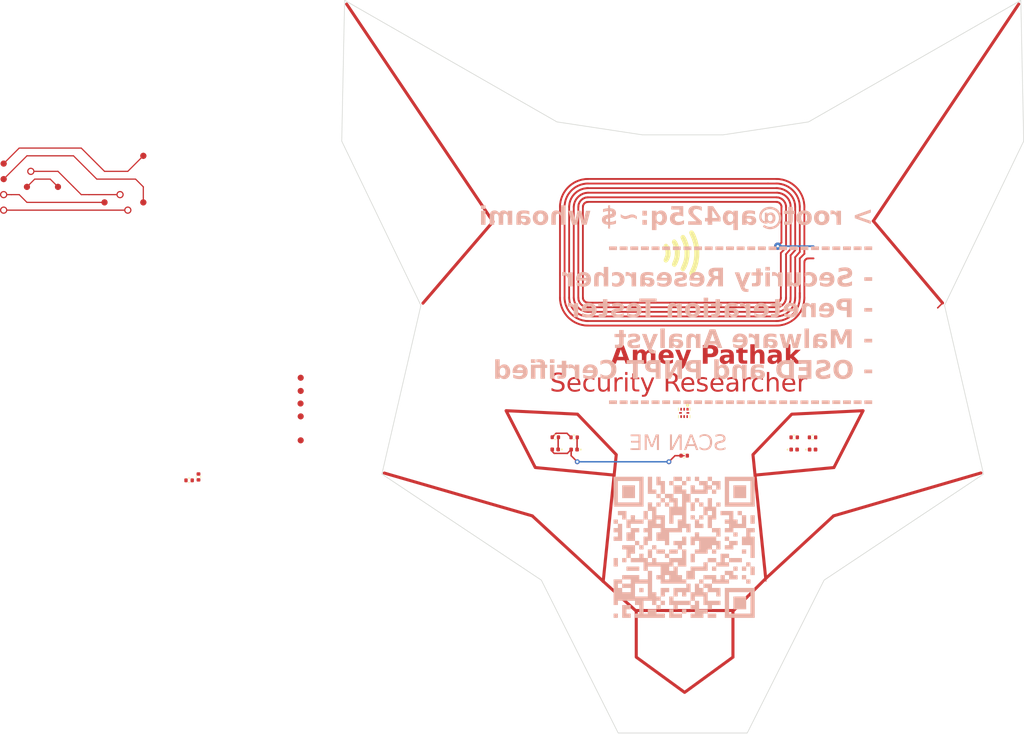
<source format=kicad_pcb>
(kicad_pcb (version 20240108) (generator "pcbnew") (generator_version "8.0")
  (layers (0 "F.Cu" signal) (31 "B.Cu" signal) (34 "B.Paste" user) (35 "F.Paste" user) (36 "B.SilkS" user "B.Silkscreen") (37 "F.SilkS" user "F.Silkscreen") (38 "B.Mask" user) (39 "F.Mask" user) (44 "Edge.Cuts" user))
  (net 0 "")
  (net 1 "VCC")
  (net 2 "GND")
  (net 3 "Net-(U1-VOUT)")
  (net 4 "Net-(D1-K)")
  (net 5 "Net-(D1-A)")
  (net 6 "Net-(D2-K)")
  (net 7 "Net-(D3-K)")
  (net 8 "Net-(D4-K)")
  (net 9 "Net-(U1-SCL)")
  (net 10 "Net-(U1-SDA)")
  (net 11 "Net-(U1-FD)")
  (net 12 "Net-(U1-LA)")
  (footprint "TestPoint:TestPoint_Pad_D1.0mm" (layer "F.Cu") (at 119.7046 90.4618 -90)
    (property "Reference" "TP2" (hide yes))
    (property "Value" "TestPoint" (hide yes))
  )
  (footprint "TestPoint:TestPoint_Pad_D1.0mm" (layer "F.Cu") (at 119.73 92.57 90)
    (property "Reference" "TP4" (hide yes))
    (property "Value" "TestPoint")
  )
  (footprint "LOGO" (layer "F.Cu") (at 181.92222 65.70703)
    (property "Reference" "G***" (hide yes))
    (property "Value" "LOGO" (hide yes))
  )
  (footprint "LED_SMD:LED_0402_1005Metric" (layer "F.Cu") (at 203.515 98)
    (property "Reference" "D1" (hide yes))
    (property "Value" "LED" (hide yes))
  )
  (footprint "LED_SMD:LED_0402_1005Metric" (layer "F.Cu") (at 200.5 98)
    (property "Reference" "D4" (hide yes))
    (property "Value" "LED" (hide yes))
  )
  (footprint "TestPoint:TestPoint_Pad_D1.0mm" (layer "F.Cu") (at 119.73 86.2454 90)
    (property "Reference" "TP5" (hide yes))
    (property "Value" "TestPoint")
  )
  (footprint "Resistor_SMD:R_0402_1005Metric" (layer "F.Cu") (at 161.411991 95.980449 180)
    (property "Reference" "R5" (hide yes))
    (property "Value" "220E" (hide yes))
  )
  (footprint "Capacitor_SMD:C_0402_1005Metric" (layer "F.Cu") (at 103 102.48 90)
    (property "Reference" "C1" (hide yes))
    (property "Value" "220nf" (hide yes))
  )
  (footprint "Resistor_SMD:R_0402_1005Metric" (layer "F.Cu") (at 203.509999 96 180)
    (property "Reference" "R3" (hide yes))
    (property "Value" "220E" (hide yes))
  )
  (footprint "Resistor_SMD:R_0402_1005Metric" (layer "F.Cu") (at 164.490001 96 180)
    (property "Reference" "R4" (hide yes))
    (property "Value" "220E" (hide yes))
  )
  (footprint "Resistor_SMD:R_0402_1005Metric" (layer "F.Cu") (at 182.5 99 180)
    (property "Reference" "R2" (hide yes))
    (property "Value" "0E" (hide yes))
  )
  (footprint "LED_SMD:LED_0402_1005Metric" (layer "F.Cu") (at 164.485 98 180)
    (property "Reference" "D2" (hide yes))
    (property "Value" "LED" (hide yes))
  )
  (footprint "TestPoint:TestPoint_Pad_D1.0mm" (layer "F.Cu") (at 119.73 88.404401)
    (property "Reference" "TP1" (hide yes))
    (property "Value" "TestPoint" (hide yes))
  )
  (footprint "Resistor_SMD:R_0402_1005Metric" (layer "F.Cu") (at 200.509999 96)
    (property "Reference" "R6" (hide yes))
    (property "Value" "220E" (hide yes))
  )
  (footprint "LED_SMD:LED_0402_1005Metric" (layer "F.Cu") (at 161.386992 97.980449 180)
    (property "Reference" "D3" (hide yes))
    (property "Value" "LED" (hide yes))
  )
  (footprint "TestPoint:TestPoint_Pad_D1.0mm" (layer "F.Cu") (at 119.73 96.49)
    (property "Reference" "TP3" (hide yes))
    (property "Value" "TestPoint" (hide yes))
  )
  (footprint "Shawn_PCB_Business_card:PCB" (layer "F.Cu") (at 86.35 60.08)
    (property "Reference" "REF**" (hide yes))
    (property "Value" "PCB" (hide yes))
  )
  (footprint "Shawn_PCB_Business_card:IC_NT3H1101W0FHKH" (layer "F.Cu") (at 182.5 92 -90)
    (property "Reference" "U1" (hide yes))
    (property "Value" "NT3H1101W0FHKH" (hide yes))
  )
  (footprint "Resistor_SMD:R_0402_1005Metric" (layer "F.Cu") (at 101.464 103.0388 180)
    (property "Reference" "R1" (hide yes))
    (property "Value" "0E" (hide yes))
  )
  (footprint "QR-Code:qrcode" (layer "B.Cu") (at 182.5 114 180)
    (property "Reference" "G***" (hide yes))
    (property "Value" "LOGO" (hide yes))
  )
  (gr_line (start 213.461618 60.592532) (end 224.791992 74.010449) (stroke (width 0.5)) (layer "F.Cu"))
  (gr_line (start 195.898345 119.573402) (end 195.850027 119.106006) (stroke (width 0.1)) (layer "F.Cu"))
  (gr_line (start 237.261992 25.080449) (end 213.461618 60.592532) (stroke (width 0.5)) (layer "F.Cu"))
  (gr_line (start 169.245251 119.573402) (end 171.035767 102.181631) (stroke (width 0.5) (color 255 255 255 1)) (layer "F.Cu"))
  (gr_line (start 206.953957 108.854891) (end 195.850027 119.106006) (stroke (width 0.5) (color 255 255 255 1)) (layer "F.Cu"))
  (gr_line (start 231.071992 101.830449) (end 206.953957 108.854891) (stroke (width 0.5) (color 255 255 255 1)) (layer "F.Cu"))
  (gr_line (start 133.421992 101.850449) (end 157.635044 108.854891) (stroke (width 0.5) (color 255 255 255 1)) (layer "F.Cu"))
  (gr_line (start 139.741992 74.040449) (end 151.20447 60.693943) (stroke (width 0.5)) (layer "F.Cu"))
  (gr_poly (pts (xy 207.011957 100.941968) (xy 194.100444 102.181644) (xy 193.759716 98.835966) (xy 200.103105 92.209849) (xy 211.785806 91.637127)) (stroke (width 0.5) (color 255 255 255 1)) (fill none) (layer "F.Cu"))
  (gr_line (start 195.850027 119.106006) (end 190.482903 124.452365) (stroke (width 0.5) (color 255 255 255 1)) (layer "F.Cu"))
  (gr_line (start 174.657063 124.452365) (end 169.245251 119.573402) (stroke (width 0.5) (color 255 255 255 1)) (layer "F.Cu"))
  (gr_poly (pts (xy 165.040493 92.209849) (xy 171.383877 98.835966) (xy 171.0359 102.181644) (xy 158.128017 100.941968) (xy 153.350541 91.637127)) (stroke (width 0.5) (color 255 255 255 1)) (fill none) (layer "F.Cu"))
  (gr_poly (pts (xy 190.482903 131.977435) (xy 182.56998 137.748102) (xy 174.657063 131.977435) (xy 174.657063 124.350873) (xy 190.482903 124.350873)) (stroke (width 0.5) (color 255 255 255 1)) (fill none) (layer "F.Cu"))
  (gr_line (start 127.251992 25.080449) (end 151.204614 60.694026) (stroke (width 0.5)) (layer "F.Cu"))
  (gr_line (start 195.898345 119.573402) (end 195.850027 119.106006) (stroke (width 0.1)) (layer "F.Cu"))
  (gr_line (start 157.635044 108.854891) (end 169.245251 119.573402) (stroke (width 0.5) (color 255 255 255 1)) (layer "F.Cu"))
  (gr_line (start 194.100444 102.181644) (end 195.850027 119.106006) (stroke (width 0.5) (color 255 255 255 1)) (layer "F.Cu"))
  (gr_poly (pts (xy 126.917863 24.463345) (xy 126.447886 47.513332) (xy 139.406571 74.402339) (xy 133.022281 102.009517) (xy 159.119195 119.372256) (xy 171.697675 144.391917) (xy 192.825505 144.391917) (xy 205.403981 119.372256) (xy 231.500905 102.009517) (xy 225.116612 74.402339) (xy 238.075292 47.513332) (xy 237.605321 24.463345) (xy 202.853444 44.366071) (xy 188.880872 46.483607) (xy 175.642308 46.483607) (xy 161.669744 44.366071)) (stroke (width 0.1)) (fill none) (layer "Edge.Cuts"))
  (gr_text "Amey Pathak\n\n" (at 170.5 89.5 0) (layer "F.Cu") (effects (font (size 3 3) (thickness 0.3) (bold yes)) (justify left bottom)))
  (gr_text "Security Researcher" (at 160.5 89 0) (layer "F.Cu") (effects (font (size 3 3)) (justify left bottom)))
  (gr_text "> root@ap425q:~$ whoami\n-------------------------\n- Security Researcher\n- Peneteration Tester\n- Malware Analyst\n- OSED and PNPT Certified\n-------------------------\n\n" (at 213.5 97 0) (layer "B.SilkS") (effects (font (size 3 3) (thickness 0.25) (bold yes)) (justify left bottom mirror)))
  (gr_text "SCAN ME" (at 189.5 98.5 0) (layer "B.SilkS") (effects (font (size 2.5 2.5)) (justify left bottom mirror)))
  (segment (start 162.42718 74.611) (end 162.50338 74.81674) (width 0.29972) (layer "F.Cu") (net 0))
  (segment (start 198.59678 76.0334) (end 198.43168 76.0842) (width 0.29972) (layer "F.Cu") (net 0))
  (segment (start 199.09208 54.768519) (end 199.26988 54.849801) (width 0.29972) (layer "F.Cu") (net 0))
  (segment (start 165.61996 54.6339) (end 165.43454 54.69486) (width 0.29972) (layer "F.Cu") (net 0))
  (segment (start 200.9412 74.97676) (end 200.84214 75.1444) (width 0.29972) (layer "F.Cu") (net 0))
  (segment (start 202.52108 66.780181) (end 202.5922 66.749701) (width 0.29972) (layer "F.Cu") (net 0))
  (segment (start 199.92266 66.20868) (end 200.67196 65.35778) (width 0.29972) (layer "F.Cu") (net 0))
  (segment (start 166.77312 76.20866) (end 197.57316 76.20866) (width 0.29972) (layer "F.Cu") (net 0))
  (segment (start 198.40628 58.12894) (end 198.38342 58.04258) (width 0.29972) (layer "F.Cu") (net 0))
  (segment (start 201.38062 57.72254) (end 201.40348 57.918119) (width 0.29972) (layer "F.Cu") (net 0))
  (segment (start 165.99588 57.9613) (end 165.96286 58.04258) (width 0.29972) (layer "F.Cu") (net 0))
  (segment (start 166.77312 57.45584) (end 166.68422 57.46092) (width 0.29972) (layer "F.Cu") (net 0))
  (segment (start 162.50338 74.81674) (end 162.58974 75.0174) (width 0.29972) (layer "F.Cu") (net 0))
  (segment (start 198.06846 56.78528) (end 198.1853 56.82846) (width 0.29972) (layer "F.Cu") (net 0))
  (segment (start 165.73426 74.32398) (end 165.83332 74.40272) (width 0.29972) (layer "F.Cu") (net 0))
  (segment (start 198.86856 57.36694) (end 198.93714 57.47108) (width 0.29972) (layer "F.Cu") (net 0))
  (segment (start 165.17292 73.10732) (end 165.17292 58.30674) (width 0.29972) (layer "F.Cu") (net 0))
  (segment (start 198.65774 53.83634) (end 198.86856 53.89222) (width 0.29972) (layer "F.Cu") (net 0))
  (segment (start 166.188919 54.49928) (end 165.99842 54.53484) (width 0.29972) (layer "F.Cu") (net 0))
  (segment (start 197.83732 57.49648) (end 197.75096 57.47362) (width 0.29972) (layer "F.Cu") (net 0))
  (segment (start 164.28646 76.97828) (end 164.47188 77.09004) (width 0.29972) (layer "F.Cu") (net 0))
  (segment (start 199.76772 73.991241) (end 199.81852 73.85154) (width 0.29972) (layer "F.Cu") (net 0))
  (segment (start 200.9031 76.28232) (end 200.74816 76.43726) (width 0.29972) (layer "F.Cu") (net 0))
  (segment (start 165.178 73.23178) (end 165.19324 73.35878) (width 0.29972) (layer "F.Cu") (net 0))
  (segment (start 165.26944 77.45326) (end 165.47772 77.52184) (width 0.29972) (layer "F.Cu") (net 0))
  (segment (start 165.109421 56.6786) (end 165.21864 56.57446) (width 0.29972) (layer "F.Cu") (net 0))
  (segment (start 199.9125 73.40958) (end 199.92266 73.25972) (width 0.29972) (layer "F.Cu") (net 0))
  (segment (start 199.09462 73.60262) (end 199.13018 73.4807) (width 0.29972) (layer "F.Cu") (net 0))
  (segment (start 164.1493 56.65828) (end 164.0604 56.80814) (width 0.29972) (layer "F.Cu") (net 0))
  (segment (start 200.10046 56.5135) (end 199.99632 56.3738) (width 0.29972) (layer "F.Cu") (net 0))
  (segment (start 198.2615 57.80636) (end 198.20562 57.73778) (width 0.29972) (layer "F.Cu") (net 0))
  (segment (start 166.57246 75.444119) (end 166.722321 75.45428) (width 0.29972) (layer "F.Cu") (net 0))
  (segment (start 200.36462 75.75908) (end 200.22492 75.89878) (width 0.29972) (layer "F.Cu") (net 0))
  (segment (start 163.91054 57.12056) (end 163.84704 57.28312) (width 0.29972) (layer "F.Cu") (net 0))
  (segment (start 200.67196 65.35778) (end 200.67196 58.30674) (width 0.29972) (layer "F.Cu") (net 0))
  (segment (start 199.76518 56.11472) (end 199.63818 55.99534) (width 0.29972) (layer "F.Cu") (net 0))
  (segment (start 199.26988 76.564259) (end 199.09208 76.645541) (width 0.29972) (layer "F.Cu") (net 0))
  (segment (start 199.38672 74.6364) (end 199.4807 74.51956) (width 0.29972) (layer "F.Cu") (net 0))
  (segment (start 201.9191 56.803059) (end 201.98768 57.01134) (width 0.29972) (layer "F.Cu") (net 0))
  (segment (start 197.57316 56.70654) (end 197.69762 56.71162) (width 0.29972) (layer "F.Cu") (net 0))
  (segment (start 200.49924 74.13094) (end 200.43574 74.2935) (width 0.29972) (layer "F.Cu") (net 0))
  (segment (start 199.92266 73.25972) (end 199.9252 73.10732) (width 0.29972) (layer "F.Cu") (net 0))
  (segment (start 162.17826 58.0883) (end 162.1935 57.86986) (width 0.29972) (layer "F.Cu") (net 0))
  (segment (start 201.41872 58.11116) (end 201.4238 58.30674) (width 0.29972) (layer "F.Cu") (net 0))
  (segment (start 199.16828 58.18228) (end 199.17336 58.30674) (width 0.29972) (layer "F.Cu") (net 0))
  (segment (start 164.66492 77.19672) (end 164.86304 77.2907) (width 0.29972) (layer "F.Cu") (net 0))
  (segment (start 166.595321 73.94044) (end 166.50896 73.91758) (width 0.29972) (layer "F.Cu") (net 0))
  (segment (start 164.66492 54.21734) (end 164.86304 54.12336) (width 0.29972) (layer "F.Cu") (net 0))
  (segment (start 166.77312 56.70908) (end 197.57316 56.70908) (width 0.29972) (layer "F.Cu") (net 0))
  (segment (start 166.55468 53.71188) (end 166.77312 53.7068) (width 0.29972) (layer "F.Cu") (net 0))
  (segment (start 165.109421 74.73546) (end 165.21864 74.8396) (width 0.29972) (layer "F.Cu") (net 0))
  (segment (start 202.1731 67.35676) (end 202.17818 67.27802) (width 0.29972) (layer "F.Cu") (net 0))
  (segment (start 201.0301 56.610021) (end 201.11138 56.78782) (width 0.29972) (layer "F.Cu") (net 0))
  (segment (start 200.5856 76.584579) (end 200.41542 76.72428) (width 0.29972) (layer "F.Cu") (net 0))
  (segment (start 165.80792 54.57802) (end 165.61996 54.6339) (width 0.29972) (layer "F.Cu") (net 0))
  (segment (start 163.98166 75.75908) (end 163.85212 75.6143) (width 0.29972) (layer "F.Cu") (net 0))
  (segment (start 165.43454 76.7192) (end 165.2542 76.64554) (width 0.29972) (layer "F.Cu") (net 0))
  (segment (start 163.598121 76.43726) (end 163.76068 76.58458) (width 0.29972) (layer "F.Cu") (net 0))
  (segment (start 162.17318 73.10732) (end 162.17318 58.30674) (width 0.29972) (layer "F.Cu") (net 0))
  (segment (start 201.4238 73.10732) (end 201.4238 72.35802) (width 0.29972) (layer "F.Cu") (net 0))
  (segment (start 163.85212 75.6143) (end 163.72766 75.46444) (width 0.29972) (layer "F.Cu") (net 0))
  (segment (start 198.09132 76.16294) (end 197.92114 76.1858) (width 0.29972) (layer "F.Cu") (net 0))
  (segment (start 199.8744 77.09004) (end 199.68136 77.19672) (width 0.29972) (layer "F.Cu") (net 0))
  (segment (start 202.16802 58.0883) (end 202.1731 58.30674) (width 0.29972) (layer "F.Cu") (net 0))
  (segment (start 200.73292 75.306961) (end 200.61862 75.46444) (width 0.29972) (layer "F.Cu") (net 0))
  (segment (start 165.26944 53.9608) (end 165.47772 53.89222) (width 0.29972) (layer "F.Cu") (net 0))
  (segment (start 199.28258 77.37706) (end 199.076841 77.45326) (width 0.29972) (layer "F.Cu") (net 0))
  (segment (start 166.27528 75.39332) (end 166.4226 75.4238) (width 0.29972) (layer "F.Cu") (net 0))
  (segment (start 200.22492 75.89878) (end 200.08014 76.02832) (width 0.29972) (layer "F.Cu") (net 0))
  (segment (start 164.5811 56.114721) (end 164.46172 56.241721) (width 0.29972) (layer "F.Cu") (net 0))
  (segment (start 200.61862 55.94962) (end 200.73292 56.107099) (width 0.29972) (layer "F.Cu") (net 0))
  (segment (start 202.1731 73.10732) (end 202.1731 67.35676) (width 0.29972) (layer "F.Cu") (net 0))
  (segment (start 197.57316 53.7068) (end 166.77312 53.7068) (width 0.29972) (layer "F.Cu") (net 0))
  (segment (start 165.57932 56.305219) (end 165.7114 56.23156) (width 0.29972) (layer "F.Cu") (net 0))
  (segment (start 198.55106 75.26378) (end 198.68568 75.20028) (width 0.29972) (layer "F.Cu") (net 0))
  (segment (start 199.88456 75.17234) (end 199.76518 75.29934) (width 0.29972) (layer "F.Cu") (net 0))
  (segment (start 166.595321 57.47362) (end 166.50896 57.49648) (width 0.29972) (layer "F.Cu") (net 0))
  (segment (start 165.47772 74.04712) (end 165.55646 74.14618) (width 0.29972) (layer "F.Cu") (net 0))
  (segment (start 164.416 76.15278) (end 164.26614 76.02832) (width 0.29972) (layer "F.Cu") (net 0))
  (segment (start 166.64866 74.70244) (end 166.77312 74.70752) (width 0.29972) (layer "F.Cu") (net 0))
  (segment (start 166.6004 76.20104) (end 166.42514 76.1858) (width 0.29972) (layer "F.Cu") (net 0))
  (segment (start 164.57348 76.26708) (end 164.416 76.15278) (width 0.29972) (layer "F.Cu") (net 0))
  (segment (start 198.2996 56.8818) (end 198.40882 56.94276) (width 0.29972) (layer "F.Cu") (net 0))
  (segment (start 200.65164 73.4553) (end 200.62878 73.62548) (width 0.29972) (layer "F.Cu") (net 0))
  (segment (start 163.796241 57.44822) (end 163.75306 57.6184) (width 0.29972) (layer "F.Cu") (net 0))
  (segment (start 197.82462 55.96486) (end 197.67476 55.95724) (width 0.29972) (layer "F.Cu") (net 0))
  (segment (start 199.99632 75.04026) (end 199.88456 75.17234) (width 0.29972) (layer "F.Cu") (net 0))
  (segment (start 164.1493 74.75578) (end 164.0604 74.60592) (width 0.29972) (layer "F.Cu") (net 0))
  (segment (start 199.81852 73.85154) (end 199.85916 73.70422) (width 0.29972) (layer "F.Cu") (net 0))
  (segment (start 165.29484 57.6946) (end 165.34818 57.580301) (width 0.29972) (layer "F.Cu") (net 0))
  (segment (start 201.4238 66.70906) (end 201.4238 72.35802) (width 0.29972) (layer "F.Cu") (net 0))
  (segment (start 197.99734 57.57014) (end 197.9186 57.5295) (width 0.29972) (layer "F.Cu") (net 0))
  (segment (start 198.1218 75.40602) (end 198.26658 75.36792) (width 0.29972) (layer "F.Cu") (net 0))
  (segment (start 165.98572 75.30696) (end 166.1305 75.35522) (width 0.29972) (layer "F.Cu") (net 0))
  (segment (start 163.44318 55.13174) (end 163.598121 54.9768) (width 0.29972) (layer "F.Cu") (net 0))
  (segment (start 166.08478 76.12738) (end 165.9146 76.0842) (width 0.29972) (layer "F.Cu") (net 0))
  (segment (start 162.3586 74.402719) (end 162.42718 74.611) (width 0.29972) (layer "F.Cu") (net 0))
  (segment (start 201.75654 75.0174) (end 201.66256 75.21552) (width 0.29972) (layer "F.Cu") (net 0))
  (segment (start 166.87218 55.95724) (end 197.67222 55.95724) (width 0.29972) (layer "F.Cu") (net 0))
  (segment (start 166.57246 55.969941) (end 166.722321 55.95978) (width 0.29972) (layer "F.Cu") (net 0))
  (segment (start 200.28588 56.808141) (end 200.19698 56.65828) (width 0.29972) (layer "F.Cu") (net 0))
  (segment (start 165.33294 74.93866) (end 165.454861 75.02756) (width 0.29972) (layer "F.Cu") (net 0))
  (segment (start 198.2615 76.12738) (end 198.09132 76.16294) (width 0.29972) (layer "F.Cu") (net 0))
  (segment (start 199.17844 74.85484) (end 199.28512 74.7507) (width 0.29972) (layer "F.Cu") (net 0))
  (segment (start 202.04356 74.191901) (end 201.98768 74.40272) (width 0.29972) (layer "F.Cu") (net 0))
  (segment (start 198.61202 74.32398) (end 198.70346 74.23762) (width 0.29972) (layer "F.Cu") (net 0))
  (segment (start 164.10612 54.56024) (end 164.28646 54.43578) (width 0.29972) (layer "F.Cu") (net 0))
  (segment (start 197.66206 57.46092) (end 197.57316 57.45584) (width 0.29972) (layer "F.Cu") (net 0))
  (segment (start 198.43168 76.0842) (end 198.2615 76.12738) (width 0.29972) (layer "F.Cu") (net 0))
  (segment (start 198.61202 57.09008) (end 198.70346 57.17644) (width 0.29972) (layer "F.Cu") (net 0))
  (segment (start 198.75934 75.9699) (end 198.59678 76.0334) (width 0.29972) (layer "F.Cu") (net 0))
  (segment (start 201.44412 55.82008) (end 201.55588 56.00804) (width 0.29972) (layer "F.Cu") (net 0))
  (segment (start 166.14066 57.73778) (end 166.08478 57.80636) (width 0.29972) (layer "F.Cu") (net 0))
  (segment (start 201.4238 58.30674) (end 201.4238 65.6575) (width 0.29972) (layer "F.Cu") (net 0))
  (segment (start 165.21864 74.8396) (end 165.33294 74.93866) (width 0.29972) (layer "F.Cu") (net 0))
  (segment (start 201.75654 56.39666) (end 201.8429 56.59732) (width 0.29972) (layer "F.Cu") (net 0))
  (segment (start 165.58694 75.9699) (end 165.429461 75.89878) (width 0.29972) (layer "F.Cu") (net 0))
  (segment (start 166.77312 76.95796) (end 166.57754 76.95288) (width 0.29972) (layer "F.Cu") (net 0))
  (segment (start 165.642819 57.17644) (end 165.73426 57.09008) (width 0.29972) (layer "F.Cu") (net 0))
  (segment (start 201.30188 74.07252) (end 201.246 74.26048) (width 0.29972) (layer "F.Cu") (net 0))
  (segment (start 199.7728 76.26708) (end 199.61024 76.3763) (width 0.29972) (layer "F.Cu") (net 0))
  (segment (start 200.41542 76.72428) (end 200.24016 76.85382) (width 0.29972) (layer "F.Cu") (net 0))
  (segment (start 198.22848 77.661541) (end 198.010041 77.68694) (width 0.29972) (layer "F.Cu") (net 0))
  (segment (start 199.9252 58.30928) (end 199.92266 58.15688) (width 0.29972) (layer "F.Cu") (net 0))
  (segment (start 199.68136 54.21734) (end 199.87186 54.32402) (width 0.29972) (layer "F.Cu") (net 0))
  (segment (start 166.14066 73.67628) (end 166.08478 73.6077) (width 0.29972) (layer "F.Cu") (net 0))
  (segment (start 199.7093 57.28566) (end 199.64072 57.151039) (width 0.29972) (layer "F.Cu") (net 0))
  (segment (start 199.93028 55.26128) (end 200.08014 55.38574) (width 0.29972) (layer "F.Cu") (net 0))
  (segment (start 199.06414 74.9539) (end 199.17844 74.85484) (width 0.29972) (layer "F.Cu") (net 0))
  (segment (start 164.55824 57.5676) (end 164.611581 57.4279) (width 0.29972) (layer "F.Cu") (net 0))
  (segment (start 198.15736 54.49928) (end 198.34786 54.53484) (width 0.29972) (layer "F.Cu") (net 0))
  (segment (start 197.57316 55.20794) (end 166.77312 55.20794) (width 0.29972) (layer "F.Cu") (net 0))
  (segment (start 164.47188 77.09004) (end 164.66492 77.19672) (width 0.29972) (layer "F.Cu") (net 0))
  (segment (start 198.41136 56.09694) (end 198.26658 56.04868) (width 0.29972) (layer "F.Cu") (net 0))
  (segment (start 163.16124 56.96816) (end 163.100281 57.15358) (width 0.29972) (layer "F.Cu") (net 0))
  (segment (start 165.0764 54.8498) (end 164.90368 54.9387) (width 0.29972) (layer "F.Cu") (net 0))
  (segment (start 165.12466 75.73114) (end 164.97988 75.63462) (width 0.29972) (layer "F.Cu") (net 0))
  (segment (start 166.08478 57.80636) (end 166.03652 57.88256) (width 0.29972) (layer "F.Cu") (net 0))
  (segment (start 166.16098 56.82846) (end 166.27782 56.78528) (width 0.29972) (layer "F.Cu") (net 0))
  (segment (start 165.27452 55.59402) (end 165.12466 55.68292) (width 0.29972) (layer "F.Cu") (net 0))
  (segment (start 165.00782 74.6237) (end 165.109421 74.73546) (width 0.29972) (layer "F.Cu") (net 0))
  (segment (start 200.66688 58.13402) (end 200.65164 57.95876) (width 0.29972) (layer "F.Cu") (net 0))
  (segment (start 201.30188 57.34154) (end 201.34506 57.532041) (width 0.29972) (layer "F.Cu") (net 0))
  (segment (start 164.9113 74.50686) (end 165.00782 74.6237) (width 0.29972) (layer "F.Cu") (net 0))
  (segment (start 197.57316 53.7068) (end 197.7916 53.71188) (width 0.29972) (layer "F.Cu") (net 0))
  (segment (start 163.100281 57.15358) (end 163.0444 57.34154) (width 0.29972) (layer "F.Cu") (net 0))
  (segment (start 201.050419 76.11976) (end 200.9031 76.28232) (width 0.29972) (layer "F.Cu") (net 0))
  (segment (start 224.791992 74.010449) (end 224 74.802441) (width 0.25) (layer "F.Cu") (net 0))
  (segment (start 166.20416 57.67428) (end 166.14066 57.73778) (width 0.29972) (layer "F.Cu") (net 0))
  (segment (start 199.85916 73.70422) (end 199.88964 73.5569) (width 0.29972) (layer "F.Cu") (net 0))
  (segment (start 163.31618 74.80404) (end 163.2349 74.62624) (width 0.29972) (layer "F.Cu") (net 0))
  (segment (start 199.051441 73.71946) (end 199.09462 73.60262) (width 0.29972) (layer "F.Cu") (net 0))
  (segment (start 202.04356 57.222159) (end 202.08928 57.43552) (width 0.29972) (layer "F.Cu") (net 0))
  (segment (start 166.188919 76.91478) (end 165.99842 76.87922) (width 0.29972) (layer "F.Cu") (net 0))
  (segment (start 166.348941 73.84392) (end 166.27274 73.79566) (width 0.29972) (layer "F.Cu") (net 0))
  (segment (start 198.24118 73.51626) (end 198.2742 73.437519) (width 0.29972) (layer "F.Cu") (net 0))
  (segment (start 200.61862 75.46444) (end 200.49416 75.6143) (width 0.29972) (layer "F.Cu") (net 0))
  (segment (start 164.97988 55.77944) (end 164.84018 55.88358) (width 0.29972) (layer "F.Cu") (net 0))
  (segment (start 165.25166 57.81144) (end 165.29484 57.6946) (width 0.29972) (layer "F.Cu") (net 0))
  (segment (start 200.74816 54.9768) (end 200.9031 55.13174) (width 0.29972) (layer "F.Cu") (net 0))
  (segment (start 198.26658 56.04868) (end 198.1218 56.01058) (width 0.29972) (layer "F.Cu") (net 0))
  (segment (start 198.096399 73.71946) (end 198.15228 73.65596) (width 0.29972) (layer "F.Cu") (net 0))
  (segment (start 198.22848 53.752519) (end 198.44438 53.79062) (width 0.29972) (layer "F.Cu") (net 0))
  (segment (start 166.77312 74.70752) (end 197.57316 74.70752) (width 0.29972) (layer "F.Cu") (net 0))
  (segment (start 198.38342 58.04258) (end 198.3504 57.9613) (width 0.29972) (layer "F.Cu") (net 0))
  (segment (start 200.5856 54.829481) (end 200.74816 54.9768) (width 0.29972) (layer "F.Cu") (net 0))
  (segment (start 201.4238 73.10732) (end 201.41872 73.3029) (width 0.29972) (layer "F.Cu") (net 0))
  (segment (start 164.611581 73.98616) (end 164.67508 74.12332) (width 0.29972) (layer "F.Cu") (net 0))
  (segment (start 198.68568 75.20028) (end 198.817759 75.12662) (width 0.29972) (layer "F.Cu") (net 0))
  (segment (start 200.55004 73.96584) (end 200.49924 74.13094) (width 0.29972) (layer "F.Cu") (net 0))
  (segment (start 198.20562 57.73778) (end 198.14212 57.67428) (width 0.29972) (layer "F.Cu") (net 0))
  (segment (start 197.92114 55.22826) (end 197.74588 55.21302) (width 0.29972) (layer "F.Cu") (net 0))
  (segment (start 201.40348 73.495941) (end 201.38062 73.69152) (width 0.29972) (layer "F.Cu") (net 0))
  (segment (start 164.90368 76.47536) (end 164.73604 76.3763) (width 0.29972) (layer "F.Cu") (net 0))
  (segment (start 165.34818 57.580301) (end 165.40914 57.47108) (width 0.29972) (layer "F.Cu") (net 0))
  (segment (start 198.2996 74.53226) (end 198.40882 74.4713) (width 0.29972) (layer "F.Cu") (net 0))
  (segment (start 197.97448 75.431421) (end 198.1218 75.40602) (width 0.29972) (layer "F.Cu") (net 0))
  (segment (start 200.67196 58.30674) (end 200.66688 58.13402) (width 0.29972) (layer "F.Cu") (net 0))
  (segment (start 162.1935 57.86986) (end 162.2189 57.65142) (width 0.29972) (layer "F.Cu") (net 0))
  (segment (start 165.9273 73.19622) (end 165.92222 73.10732) (width 0.29972) (layer "F.Cu") (net 0))
  (segment (start 165.83332 57.01134) (end 165.93746 56.94276) (width 0.29972) (layer "F.Cu") (net 0))
  (segment (start 201.18504 56.96816) (end 201.246 57.15358) (width 0.29972) (layer "F.Cu") (net 0))
  (segment (start 162.17318 73.10732) (end 162.17826 73.32576) (width 0.29972) (layer "F.Cu") (net 0))
  (segment (start 199.85916 57.71238) (end 199.81852 57.56506) (width 0.29972) (layer "F.Cu") (net 0))
  (segment (start 197.67476 75.45936) (end 197.82462 75.45174) (width 0.29972) (layer "F.Cu") (net 0))
  (segment (start 163.93086 76.72428) (end 164.10612 76.85382) (width 0.29972) (layer "F.Cu") (net 0))
  (segment (start 198.1853 74.5856) (end 198.2996 74.53226) (width 0.29972) (layer "F.Cu") (net 0))
  (segment (start 197.9186 57.5295) (end 197.83732 57.49648) (width 0.29972) (layer "F.Cu") (net 0))
  (segment (start 166.77312 76.20612) (end 166.6004 76.20104) (width 0.29972) (layer "F.Cu") (net 0))
  (segment (start 163.0444 57.34154) (end 163.00122 57.53204) (width 0.29972) (layer "F.Cu") (net 0))
  (segment (start 201.31966 55.63974) (end 201.44412 55.82008) (width 0.29972) (layer "F.Cu") (net 0))
  (segment (start 162.17826 73.32576) (end 162.1935 73.5442) (width 0.29972) (layer "F.Cu") (net 0))
  (segment (start 197.92114 76.1858) (end 197.74588 76.20104) (width 0.29972) (layer "F.Cu") (net 0))
  (segment (start 166.52166 74.6872) (end 166.64866 74.70244) (width 0.29972) (layer "F.Cu") (net 0))
  (segment (start 199.13018 73.4807) (end 199.15304 73.35878) (width 0.29972) (layer "F.Cu") (net 0))
  (segment (start 201.8429 56.59732) (end 201.9191 56.803059) (width 0.29972) (layer "F.Cu") (net 0))
  (segment (start 202.2874 66.98846) (end 202.33566 66.92496) (width 0.29972) (layer "F.Cu") (net 0))
  (segment (start 165.19324 58.05528) (end 165.2161 57.93336) (width 0.29972) (layer "F.Cu") (net 0))
  (segment (start 198.15228 73.65596) (end 198.20054 73.58738) (width 0.29972) (layer "F.Cu") (net 0))
  (segment (start 165.93746 74.4713) (end 166.04668 74.532259) (width 0.29972) (layer "F.Cu") (net 0))
  (segment (start 197.94654 56.74972) (end 198.06846 56.78528) (width 0.29972) (layer "F.Cu") (net 0))
  (segment (start 166.08478 73.6077) (end 166.03652 73.53404) (width 0.29972) (layer "F.Cu") (net 0))
  (segment (start 166.27528 56.02074) (end 166.4226 55.99026) (width 0.29972) (layer "F.Cu") (net 0))
  (segment (start 201.050419 55.2943) (end 201.19012 55.46448) (width 0.29972) (layer "F.Cu") (net 0))
  (segment (start 164.73604 55.03776) (end 164.57348 55.14698) (width 0.29972) (layer "F.Cu") (net 0))
  (segment (start 165.34818 73.833759) (end 165.40914 73.94298) (width 0.29972) (layer "F.Cu") (net 0))
  (segment (start 163.16124 74.4459) (end 163.100281 74.26048) (width 0.29972) (layer "F.Cu") (net 0))
  (segment (start 165.2542 54.76852) (end 165.0764 54.8498) (width 0.29972) (layer "F.Cu") (net 0))
  (segment (start 200.10046 74.90056) (end 199.99632 75.04026) (width 0.29972) (layer "F.Cu") (net 0))
  (segment (start 162.7904 75.40602) (end 162.90216 75.593979) (width 0.29972) (layer "F.Cu") (net 0))
  (segment (start 164.82494 57.02912) (end 164.9113 56.9072) (width 0.29972) (layer "F.Cu") (net 0))
  (segment (start 165.21864 56.57446) (end 165.33294 56.4754) (width 0.29972) (layer "F.Cu") (net 0))
  (segment (start 166.722321 75.45428) (end 166.87472 75.45682) (width 0.29972) (layer "F.Cu") (net 0))
  (segment (start 202.15278 57.86986) (end 202.16802 58.0883) (width 0.29972) (layer "F.Cu") (net 0))
  (segment (start 199.92266 73.10732) (end 199.92266 66.20868) (width 0.29972) (layer "F.Cu") (net 0))
  (segment (start 163.44318 76.28232) (end 163.598121 76.43726) (width 0.29972) (layer "F.Cu") (net 0))
  (segment (start 202.39154 66.86908) (end 202.45504 66.82082) (width 0.29972) (layer "F.Cu") (net 0))
  (segment (start 162.9428 73.49594) (end 162.92756 73.3029) (width 0.29972) (layer "F.Cu") (net 0))
  (segment (start 197.74588 76.20104) (end 197.57316 76.20612) (width 0.29972) (layer "F.Cu") (net 0))
  (segment (start 162.257 57.43552) (end 162.30272 57.22216) (width 0.29972) (layer "F.Cu") (net 0))
  (segment (start 198.86856 53.89222) (end 199.076841 53.9608) (width 0.29972) (layer "F.Cu") (net 0))
  (segment (start 199.7728 55.14698) (end 199.93028 55.26128) (width 0.29972) (layer "F.Cu") (net 0))
  (segment (start 198.53836 54.57802) (end 198.72632 54.6339) (width 0.29972) (layer "F.Cu") (net 0))
  (segment (start 166.03652 73.53404) (end 165.99588 73.45276) (width 0.29972) (layer "F.Cu") (net 0))
  (segment (start 197.69762 56.71162) (end 197.824619 56.72686) (width 0.29972) (layer "F.Cu") (net 0))
  (segment (start 162.68372 75.21552) (end 162.7904 75.40602) (width 0.29972) (layer "F.Cu") (net 0))
  (segment (start 165.2542 76.64554) (end 165.0764 76.56426) (width 0.29972) (layer "F.Cu") (net 0))
  (segment (start 164.7081 75.418719) (end 164.5811 75.299339) (width 0.29972) (layer "F.Cu") (net 0))
  (segment (start 200.59322 73.79566) (end 200.55004 73.96584) (width 0.29972) (layer "F.Cu") (net 0))
  (segment (start 165.0637 77.37706) (end 165.26944 77.45326) (width 0.29972) (layer "F.Cu") (net 0))
  (segment (start 164.34996 75.04026) (end 164.24582 74.90056) (width 0.29972) (layer "F.Cu") (net 0))
  (segment (start 199.3664 55.77944) (end 199.22162 55.68292) (width 0.29972) (layer "F.Cu") (net 0))
  (segment (start 163.91054 74.2935) (end 163.84704 74.13094) (width 0.29972) (layer "F.Cu") (net 0))
  (segment (start 165.2161 57.93336) (end 165.25166 57.81144) (width 0.29972) (layer "F.Cu") (net 0))
  (segment (start 198.91682 75.89878) (end 198.75934 75.9699) (width 0.29972) (layer "F.Cu") (net 0))
  (segment (start 200.74816 76.43726) (end 200.5856 76.584579) (width 0.29972) (layer "F.Cu") (net 0))
  (segment (start 198.72632 76.78016) (end 198.53836 76.83604) (width 0.29972) (layer "F.Cu") (net 0))
  (segment (start 198.09132 55.25112) (end 197.92114 55.22826) (width 0.29972) (layer "F.Cu") (net 0))
  (segment (start 199.4426 54.9387) (end 199.61024 55.03776) (width 0.29972) (layer "F.Cu") (net 0))
  (segment (start 202.1731 65.95722) (end 201.4238 66.70906) (width 0.29972) (layer "F.Cu") (net 0))
  (segment (start 162.7904 56.0055) (end 162.90216 55.820081) (width 0.29972) (layer "F.Cu") (net 0))
  (segment (start 163.40508 74.97676) (end 163.31618 74.80404) (width 0.29972) (layer "F.Cu") (net 0))
  (segment (start 162.2189 73.76264) (end 162.257 73.97854) (width 0.29972) (layer "F.Cu") (net 0))
  (segment (start 199.61024 55.03776) (end 199.7728 55.14698) (width 0.29972) (layer "F.Cu") (net 0))
  (segment (start 202.16802 73.32576) (end 202.15278 73.5442) (width 0.29972) (layer "F.Cu") (net 0))
  (segment (start 198.1218 56.01058) (end 197.974479 55.98518) (width 0.29972) (layer "F.Cu") (net 0))
  (segment (start 199.48324 77.2907) (end 199.28258 77.37706) (width 0.29972) (layer "F.Cu") (net 0))
  (segment (start 166.03652 57.88256) (end 165.99588 57.9613) (width 0.29972) (layer "F.Cu") (net 0))
  (segment (start 164.5811 75.299339) (end 164.46172 75.172339) (width 0.29972) (layer "F.Cu") (net 0))
  (segment (start 165.429461 55.51528) (end 165.27452 55.59402) (width 0.29972) (layer "F.Cu") (net 0))
  (segment (start 166.68422 57.46092) (end 166.595321 57.47362) (width 0.29972) (layer "F.Cu") (net 0))
  (segment (start 198.418979 58.21784) (end 198.40628 58.12894) (width 0.29972) (layer "F.Cu") (net 0))
  (segment (start 165.93746 56.94276) (end 166.04668 56.881801) (width 0.29972) (layer "F.Cu") (net 0))
  (segment (start 197.8932 73.86932) (end 197.96686 73.82614) (width 0.29972) (layer "F.Cu") (net 0))
  (segment (start 199.17336 64.958999) (end 199.17336 58.30674) (width 0.29972) (layer "F.Cu") (net 0))
  (segment (start 201.19012 55.46448) (end 201.31966 55.63974) (width 0.29972) (layer "F.Cu") (net 0))
  (segment (start 199.92266 58.30674) (end 199.92266 65.15712) (width 0.29972) (layer "F.Cu") (net 0))
  (segment (start 166.25496 55.25112) (end 166.08478 55.28668) (width 0.29972) (layer "F.Cu") (net 0))
  (segment (start 166.27274 73.79566) (end 166.20416 73.73978) (width 0.29972) (layer "F.Cu") (net 0))
  (segment (start 166.20416 73.73978) (end 166.14066 73.67628) (width 0.29972) (layer "F.Cu") (net 0))
  (segment (start 199.173361 66.00802) (end 199.17336 73.10732) (width 0.29972) (layer "F.Cu") (net 0))
  (segment (start 201.38062 73.69152) (end 201.34506 73.882019) (width 0.29972) (layer "F.Cu") (net 0))
  (segment (start 166.52166 56.72686) (end 166.64866 56.71162) (width 0.29972) (layer "F.Cu") (net 0))
  (segment (start 166.1305 56.05884) (end 166.27528 56.02074) (width 0.29972) (layer "F.Cu") (net 0))
  (segment (start 199.48324 54.12336) (end 199.68136 54.21734) (width 0.29972) (layer "F.Cu") (net 0))
  (segment (start 202.82334 66.70906) (end 203.6717 66.70906) (width 0.29972) (layer "F.Cu") (net 0))
  (segment (start 199.28258 54.037) (end 199.48324 54.12336) (width 0.29972) (layer "F.Cu") (net 0))
  (segment (start 198.42406 58.30674) (end 198.418979 58.21784) (width 0.29972) (layer "F.Cu") (net 0))
  (segment (start 164.43124 58.15688) (end 164.44902 58.00702) (width 0.29972) (layer "F.Cu") (net 0))
  (segment (start 166.42514 55.22826) (end 166.25496 55.25112) (width 0.29972) (layer "F.Cu") (net 0))
  (segment (start 163.29586 76.11976) (end 163.44318 76.28232) (width 0.29972) (layer "F.Cu") (net 0))
  (segment (start 166.348941 57.57014) (end 166.27274 57.6184) (width 0.29972) (layer "F.Cu") (net 0))
  (segment (start 200.36462 74.45098) (end 200.28588 74.605919) (width 0.29972) (layer "F.Cu") (net 0))
  (segment (start 198.3504 57.9613) (end 198.30976 57.88256) (width 0.29972) (layer "F.Cu") (net 0))
  (segment (start 165.454861 56.3865) (end 165.57932 56.305219) (width 0.29972) (layer "F.Cu") (net 0))
  (segment (start 166.27782 74.62878) (end 166.39974 74.66434) (width 0.29972) (layer "F.Cu") (net 0))
  (segment (start 198.817759 56.28998) (end 198.68568 56.21632) (width 0.29972) (layer "F.Cu") (net 0))
  (segment (start 166.3845 54.47642) (end 166.188919 54.49928) (width 0.29972) (layer "F.Cu") (net 0))
  (segment (start 165.2161 73.4807) (end 165.25166 73.60262) (width 0.29972) (layer "F.Cu") (net 0))
  (segment (start 163.00122 57.53204) (end 162.965659 57.72254) (width 0.29972) (layer "F.Cu") (net 0))
  (segment (start 198.2615 55.28668) (end 198.09132 55.25112) (width 0.29972) (layer "F.Cu") (net 0))
  (segment (start 165.80792 76.83604) (end 165.61996 76.78016) (width 0.29972) (layer "F.Cu") (net 0))
  (segment (start 199.63818 75.41872) (end 199.5061 75.53048) (width 0.29972) (layer "F.Cu") (net 0))
  (segment (start 164.7081 55.995341) (end 164.5811 56.114721) (width 0.29972) (layer "F.Cu") (net 0))
  (segment (start 198.40882 56.94276) (end 198.51296 57.01134) (width 0.29972) (layer "F.Cu") (net 0))
  (segment (start 198.44438 77.62344) (end 198.22848 77.661541) (width 0.29972) (layer "F.Cu") (net 0))
  (segment (start 202.08928 73.97854) (end 202.04356 74.191901) (width 0.29972) (layer "F.Cu") (net 0))
  (segment (start 164.12136 75.89878) (end 163.98166 75.75908) (width 0.29972) (layer "F.Cu") (net 0))
  (segment (start 166.1178 77.66154) (end 166.33624 77.68694) (width 0.29972) (layer "F.Cu") (net 0))
  (segment (start 166.55468 77.70218) (end 166.77312 77.70726) (width 0.29972) (layer "F.Cu") (net 0))
  (segment (start 165.98572 56.1071) (end 166.1305 56.05884) (width 0.29972) (layer "F.Cu") (net 0))
  (segment (start 163.93086 54.68978) (end 164.10612 54.56024) (width 0.29972) (layer "F.Cu") (net 0))
  (segment (start 197.57316 74.70752) (end 197.69762 74.70244) (width 0.29972) (layer "F.Cu") (net 0))
  (segment (start 197.57316 73.95822) (end 197.65698 73.9506) (width 0.29972) (layer "F.Cu") (net 0))
  (segment (start 197.824619 56.72686) (end 197.94654 56.74972) (width 0.29972) (layer "F.Cu") (net 0))
  (segment (start 198.2996 73.35878) (end 198.31738 73.27496) (width 0.29972) (layer "F.Cu") (net 0))
  (segment (start 197.817 73.90488) (end 197.8932 73.86932) (width 0.29972) (layer "F.Cu") (net 0))
  (segment (start 164.34996 56.3738) (end 164.24582 56.5135) (width 0.29972) (layer "F.Cu") (net 0))
  (segment (start 200.9412 56.4373) (end 201.0301 56.610021) (width 0.29972) (layer "F.Cu") (net 0))
  (segment (start 197.94654 74.66434) (end 198.06846 74.62878) (width 0.29972) (layer "F.Cu") (net 0))
  (segment (start 198.34786 54.53484) (end 198.53836 54.57802) (width 0.29972) (layer "F.Cu") (net 0))
  (segment (start 200.19698 56.65828) (end 200.10046 56.5135) (width 0.29972) (layer "F.Cu") (net 0))
  (segment (start 199.38672 56.7802) (end 199.28512 56.6659) (width 0.29972) (layer "F.Cu") (net 0))
  (segment (start 166.08478 55.28668) (end 165.9146 55.32986) (width 0.29972) (layer "F.Cu") (net 0))
  (segment (start 165.94 73.28512) (end 165.9273 73.19622) (width 0.29972) (layer "F.Cu") (net 0))
  (segment (start 165.47772 53.89222) (end 165.68854 53.83634) (width 0.29972) (layer "F.Cu") (net 0))
  (segment (start 163.6794 73.28004) (end 163.67432 73.10732) (width 0.29972) (layer "F.Cu") (net 0))
  (segment (start 200.19698 74.75578) (end 200.10046 74.90056) (width 0.29972) (layer "F.Cu") (net 0))
  (segment (start 163.69464 73.4553) (end 163.6794 73.28004) (width 0.29972) (layer "F.Cu") (net 0))
  (segment (start 166.3845 76.93764) (end 166.188919 76.91478) (width 0.29972) (layer "F.Cu") (net 0))
  (segment (start 198.65774 77.57772) (end 198.44438 77.62344) (width 0.29972) (layer "F.Cu") (net 0))
  (segment (start 197.57316 57.45838) (end 166.77312 57.45838) (width 0.29972) (layer "F.Cu") (net 0))
  (segment (start 199.68136 77.19672) (end 199.48324 77.2907) (width 0.29972) (layer "F.Cu") (net 0))
  (segment (start 199.5061 55.88358) (end 199.3664 55.77944) (width 0.29972) (layer "F.Cu") (net 0))
  (segment (start 165.92222 58.30674) (end 165.92222 73.10732) (width 0.29972) (layer "F.Cu") (net 0))
  (segment (start 162.92756 58.11116) (end 162.92248 58.30674) (width 0.29972) (layer "F.Cu") (net 0))
  (segment (start 201.11138 74.62624) (end 201.0301 74.804039) (width 0.29972) (layer "F.Cu") (net 0))
  (segment (start 202.19088 67.201821) (end 202.21628 67.125621) (width 0.29972) (layer "F.Cu") (net 0))
  (segment (start 197.65698 73.9506) (end 197.73826 73.93028) (width 0.29972) (layer "F.Cu") (net 0))
  (segment (start 200.62878 57.78858) (end 200.59322 57.6184) (width 0.29972) (layer "F.Cu") (net 0))
  (segment (start 199.28512 56.6659) (end 199.17844 56.56176) (width 0.29972) (layer "F.Cu") (net 0))
  (segment (start 197.961781 76.93764) (end 197.76874 76.95288) (width 0.29972) (layer "F.Cu") (net 0))
  (segment (start 163.84704 74.13094) (end 163.796241 73.96584) (width 0.29972) (layer "F.Cu") (net 0))
  (segment (start 163.98166 55.65498) (end 163.85212 55.79976) (width 0.29972) (layer "F.Cu") (net 0))
  (segment (start 165.29484 73.71946) (end 165.34818 73.833759) (width 0.29972) (layer "F.Cu") (net 0))
  (segment (start 164.0604 74.60592) (end 163.98166 74.45098) (width 0.29972) (layer "F.Cu") (net 0))
  (segment (start 202.5922 66.749701) (end 202.668401 66.7243) (width 0.29972) (layer "F.Cu") (net 0))
  (segment (start 198.20054 73.58738) (end 198.24118 73.51626) (width 0.29972) (layer "F.Cu") (net 0))
  (segment (start 165.19324 73.35878) (end 165.2161 73.4807) (width 0.29972) (layer "F.Cu") (net 0))
  (segment (start 198.1853 56.82846) (end 198.2996 56.8818) (width 0.29972) (layer "F.Cu") (net 0))
  (segment (start 164.47696 73.55436) (end 164.51252 73.70168) (width 0.29972) (layer "F.Cu") (net 0))
  (segment (start 201.41872 73.3029) (end 201.40348 73.495941) (width 0.29972) (layer "F.Cu") (net 0))
  (segment (start 163.98166 56.96308) (end 163.91054 57.12056) (width 0.29972) (layer "F.Cu") (net 0))
  (segment (start 201.66256 75.21552) (end 201.55588 75.40602) (width 0.29972) (layer "F.Cu") (net 0))
  (segment (start 199.88964 57.8597) (end 199.85916 57.71238) (width 0.29972) (layer "F.Cu") (net 0))
  (segment (start 198.42152 58.30674) (end 198.42152 64.1081) (width 0.29972) (layer "F.Cu") (net 0))
  (segment (start 165.9146 76.0842) (end 165.7495 76.0334) (width 0.29972) (layer "F.Cu") (net 0))
  (segment (start 200.66688 73.28004) (end 200.65164 73.4553) (width 0.29972) (layer "F.Cu") (net 0))
  (segment (start 164.86304 54.12336) (end 165.0637 54.037) (width 0.29972) (layer "F.Cu") (net 0))
  (segment (start 166.50896 73.91758) (end 166.42768 73.88456) (width 0.29972) (layer "F.Cu") (net 0))
  (segment (start 200.84214 75.1444) (end 200.73292 75.306961) (width 0.29972) (layer "F.Cu") (net 0))
  (segment (start 200.28588 74.605919) (end 200.19698 74.75578) (width 0.29972) (layer "F.Cu") (net 0))
  (segment (start 201.34506 73.882019) (end 201.30188 74.07252) (width 0.29972) (layer "F.Cu") (net 0))
  (segment (start 200.36462 56.96308) (end 200.28588 56.808141) (width 0.29972) (layer "F.Cu") (net 0))
  (segment (start 199.15304 58.05528) (end 199.16828 58.18228) (width 0.29972) (layer "F.Cu") (net 0))
  (segment (start 199.709299 74.13094) (end 199.76772 73.991241) (width 0.29972) (layer "F.Cu") (net 0))
  (segment (start 162.68372 56.19854) (end 162.7904 56.0055) (width 0.29972) (layer "F.Cu") (net 0))
  (segment (start 202.12738 57.65142) (end 202.15278 57.86986) (width 0.29972) (layer "F.Cu") (net 0))
  (segment (start 200.24016 76.85382) (end 200.05982 76.97828) (width 0.29972) (layer "F.Cu") (net 0))
  (segment (start 165.40914 73.94298) (end 165.47772 74.04712) (width 0.29972) (layer "F.Cu") (net 0))
  (segment (start 201.98768 74.40272) (end 201.9191 74.611001) (width 0.29972) (layer "F.Cu") (net 0))
  (segment (start 198.322459 65.80736) (end 199.17336 64.958999) (width 0.29972) (layer "F.Cu") (net 0))
  (segment (start 198.91682 55.51528) (end 198.75934 55.44416) (width 0.29972) (layer "F.Cu") (net 0))
  (segment (start 165.7114 56.23156) (end 165.84856 56.16552) (width 0.29972) (layer "F.Cu") (net 0))
  (segment (start 164.28646 54.43578) (end 164.47188 54.32402) (width 0.29972) (layer "F.Cu") (net 0))
  (segment (start 165.40914 57.47108) (end 165.47772 57.36694) (width 0.29972) (layer "F.Cu") (net 0))
  (segment (start 200.05982 76.97828) (end 199.8744 77.09004) (width 0.29972) (layer "F.Cu") (net 0))
  (segment (start 197.7916 53.71188) (end 198.010041 53.72712) (width 0.29972) (layer "F.Cu") (net 0))
  (segment (start 164.44902 58.00702) (end 164.47696 57.8597) (width 0.29972) (layer "F.Cu") (net 0))
  (segment (start 165.96286 73.37148) (end 165.94 73.28512) (width 0.29972) (layer "F.Cu") (net 0))
  (segment (start 166.77312 73.95822) (end 166.68422 73.95314) (width 0.29972) (layer "F.Cu") (net 0))
  (segment (start 199.5061 75.53048) (end 199.3664 75.63462) (width 0.29972) (layer "F.Cu") (net 0))
  (segment (start 165.0764 76.56426) (end 164.90368 76.47536) (width 0.29972) (layer "F.Cu") (net 0))
  (segment (start 164.12136 55.51528) (end 163.98166 55.65498) (width 0.29972) (layer "F.Cu") (net 0))
  (segment (start 201.0301 74.804039) (end 200.9412 74.97676) (width 0.29972) (layer "F.Cu") (net 0))
  (segment (start 164.7462 74.2554) (end 164.82494 74.38494) (width 0.29972) (layer "F.Cu") (net 0))
  (segment (start 197.57316 76.95796) (end 166.77312 76.95796) (width 0.29972) (layer "F.Cu") (net 0))
  (segment (start 163.76068 76.58458) (end 163.93086 76.72428) (width 0.29972) (layer "F.Cu") (net 0))
  (segment (start 165.73426 57.09008) (end 165.83332 57.01134) (width 0.29972) (layer "F.Cu") (net 0))
  (segment (start 164.42362 58.30674) (end 164.42362 73.10732) (width 0.29972) (layer "F.Cu") (net 0))
  (segment (start 166.77312 77.70726) (end 197.57316 77.70726) (width 0.29972) (layer "F.Cu") (net 0))
  (segment (start 199.13018 57.93336) (end 199.15304 58.05528) (width 0.29972) (layer "F.Cu") (net 0))
  (segment (start 164.24582 74.90056) (end 164.1493 74.75578) (width 0.29972) (layer "F.Cu") (net 0))
  (segment (start 201.246 74.26048) (end 201.18504 74.4459) (width 0.29972) (layer "F.Cu") (net 0))
  (segment (start 198.94476 56.3738) (end 198.817759 56.28998) (width 0.29972) (layer "F.Cu") (net 0))
  (segment (start 162.30272 57.22216) (end 162.3586 57.011341) (width 0.29972) (layer "F.Cu") (net 0))
  (segment (start 200.73292 56.107099) (end 200.84214 56.26966) (width 0.29972) (layer "F.Cu") (net 0))
  (segment (start 166.42514 76.1858) (end 166.25496 76.16294) (width 0.29972) (layer "F.Cu") (net 0))
  (segment (start 165.61996 76.78016) (end 165.43454 76.7192) (width 0.29972) (layer "F.Cu") (net 0))
  (segment (start 197.824619 74.6872) (end 197.94654 74.66434) (width 0.29972) (layer "F.Cu") (net 0))
  (segment (start 163.61336 56.1071) (end 163.50414 56.26966) (width 0.29972) (layer "F.Cu") (net 0))
  (segment (start 163.61336 75.30696) (end 163.50414 75.1444) (width 0.29972) (layer "F.Cu") (net 0))
  (segment (start 165.58694 55.44416) (end 165.429461 55.51528) (width 0.29972) (layer "F.Cu") (net 0))
  (segment (start 162.17318 58.30674) (end 162.17826 58.0883) (width 0.29972) (layer "F.Cu") (net 0))
  (segment (start 199.81852 57.56506) (end 199.767721 57.42536) (width 0.29972) (layer "F.Cu") (net 0))
  (segment (start 164.57348 55.14698) (end 164.416 55.26128) (width 0.29972) (layer "F.Cu") (net 0))
  (segment (start 163.0444 74.07252) (end 163.00122 73.88202) (width 0.29972) (layer "F.Cu") (net 0))
  (segment (start 164.67508 74.12332) (end 164.7462 74.2554) (width 0.29972) (layer "F.Cu") (net 0))
  (segment (start 199.64072 74.265561) (end 199.709299 74.13094) (width 0.29972) (layer "F.Cu") (net 0))
  (segment (start 199.16828 73.23178) (end 199.17336 73.10732) (width 0.29972) (layer "F.Cu") (net 0))
  (segment (start 199.28512 74.7507) (end 199.38672 74.6364) (width 0.29972) (layer "F.Cu") (net 0))
  (segment (start 199.61024 76.3763) (end 199.4426 76.47536) (width 0.29972) (layer "F.Cu") (net 0))
  (segment (start 197.69762 74.70244) (end 197.824619 74.6872) (width 0.29972) (layer "F.Cu") (net 0))
  (segment (start 163.40508 56.4373) (end 163.31618 56.61002) (width 0.29972) (layer "F.Cu") (net 0))
  (segment (start 163.50414 75.1444) (end 163.40508 74.97676) (width 0.29972) (layer "F.Cu") (net 0))
  (segment (start 166.1305 75.35522) (end 166.27528 75.39332) (width 0.29972) (layer "F.Cu") (net 0))
  (segment (start 164.73604 76.3763) (end 164.57348 76.26708) (width 0.29972) (layer "F.Cu") (net 0))
  (segment (start 200.49416 75.6143) (end 200.36462 75.75908) (width 0.29972) (layer "F.Cu") (net 0))
  (segment (start 163.72766 55.94962) (end 163.61336 56.1071) (width 0.29972) (layer "F.Cu") (net 0))
  (segment (start 162.9428 57.91812) (end 162.92756 58.11116) (width 0.29972) (layer "F.Cu") (net 0))
  (segment (start 166.39974 56.74972) (end 166.52166 56.72686) (width 0.29972) (layer "F.Cu") (net 0))
  (segment (start 201.98768 57.01134) (end 202.04356 57.222159) (width 0.29972) (layer "F.Cu") (net 0))
  (segment (start 199.92266 58.15688) (end 199.9125 58.00702) (width 0.29972) (layer "F.Cu") (net 0))
  (segment (start 163.50414 56.26966) (end 163.40508 56.4373) (width 0.29972) (layer "F.Cu") (net 0))
  (segment (start 202.1731 73.10732) (end 202.16802 73.32576) (width 0.29972) (layer "F.Cu") (net 0))
  (segment (start 200.05982 54.43578) (end 200.24016 54.56024) (width 0.29972) (layer "F.Cu") (net 0))
  (segment (start 166.68422 73.95314) (end 166.595321 73.94044) (width 0.29972) (layer "F.Cu") (net 0))
  (segment (start 165.99842 76.87922) (end 165.80792 76.83604) (width 0.29972) (layer "F.Cu") (net 0))
  (segment (start 165.00782 56.79036) (end 165.109421 56.6786) (width 0.29972) (layer "F.Cu") (net 0))
  (segment (start 198.51296 57.01134) (end 198.61202 57.09008) (width 0.29972) (layer "F.Cu") (net 0))
  (segment (start 166.1178 53.75252) (end 166.33624 53.72712) (width 0.29972) (layer "F.Cu") (net 0))
  (segment (start 200.36462 55.65498) (end 200.49416 55.79976) (width 0.29972) (layer "F.Cu") (net 0))
  (segment (start 163.7175 57.78858) (end 163.69464 57.95876) (width 0.29972) (layer "F.Cu") (net 0))
  (segment (start 200.49416 55.79976) (end 200.61862 55.94962) (width 0.29972) (layer "F.Cu") (net 0))
  (segment (start 165.55646 74.14618) (end 165.642819 74.23762) (width 0.29972) (layer "F.Cu") (net 0))
  (segment (start 165.9019 77.62344) (end 166.1178 77.66154) (width 0.29972) (layer "F.Cu") (net 0))
  (segment (start 164.26614 76.02832) (end 164.12136 75.89878) (width 0.29972) (layer "F.Cu") (net 0))
  (segment (start 164.26614 55.38574) (end 164.12136 55.51528) (width 0.29972) (layer "F.Cu") (net 0))
  (segment (start 197.74588 55.21302) (end 197.57316 55.20794) (width 0.29972) (layer "F.Cu") (net 0))
  (segment (start 201.40348 57.918119) (end 201.41872 58.11116) (width 0.29972) (layer "F.Cu") (net 0))
  (segment (start 197.75096 57.47362) (end 197.66206 57.46092) (width 0.29972) (layer "F.Cu") (net 0))
  (segment (start 166.50896 57.49648) (end 166.42768 57.5295) (width 0.29972) (layer "F.Cu") (net 0))
  (segment (start 199.63818 55.99534) (end 199.5061 55.88358) (width 0.29972) (layer "F.Cu") (net 0))
  (segment (start 163.29586 55.2943) (end 163.44318 55.13174) (width 0.29972) (layer "F.Cu") (net 0))
  (segment (start 201.55588 75.40602) (end 201.44412 75.59398) (width 0.29972) (layer "F.Cu") (net 0))
  (segment (start 162.58974 75.0174) (end 162.68372 75.21552) (width 0.29972) (layer "F.Cu") (net 0))
  (segment (start 201.9191 74.611001) (end 201.8429 74.81674) (width 0.29972) (layer "F.Cu") (net 0))
  (segment (start 165.94 58.12894) (end 165.9273 58.21784) (width 0.29972) (layer "F.Cu") (net 0))
  (segment (start 163.7175 73.62548) (end 163.69464 73.4553) (width 0.29972) (layer "F.Cu") (net 0))
  (segment (start 198.93714 73.94298) (end 198.9981 73.83376) (width 0.29972) (layer "F.Cu") (net 0))
  (segment (start 164.51252 73.70168) (end 164.55824 73.84646) (width 0.29972) (layer "F.Cu") (net 0))
  (segment (start 198.86856 77.52184) (end 198.65774 77.57772) (width 0.29972) (layer "F.Cu") (net 0))
  (segment (start 200.49924 57.28312) (end 200.43574 57.12056) (width 0.29972) (layer "F.Cu") (net 0))
  (segment (start 163.72766 75.46444) (end 163.61336 75.30696) (width 0.29972) (layer "F.Cu") (net 0))
  (segment (start 200.43574 57.12056) (end 200.36462 56.96308) (width 0.29972) (layer "F.Cu") (net 0))
  (segment (start 165.43454 54.69486) (end 165.2542 54.76852) (width 0.29972) (layer "F.Cu") (net 0))
  (segment (start 197.57316 73.95822) (end 166.77312 73.95822) (width 0.29972) (layer "F.Cu") (net 0))
  (segment (start 164.82494 74.38494) (end 164.9113 74.50686) (width 0.29972) (layer "F.Cu") (net 0))
  (segment (start 200.08014 55.38574) (end 200.22492 55.51528) (width 0.29972) (layer "F.Cu") (net 0))
  (segment (start 166.33624 77.68694) (end 166.55468 77.70218) (width 0.29972) (layer "F.Cu") (net 0))
  (segment (start 198.9981 57.5803) (end 199.051441 57.6946) (width 0.29972) (layer "F.Cu") (net 0))
  (segment (start 198.010041 53.72712) (end 198.22848 53.752519) (width 0.29972) (layer "F.Cu") (net 0))
  (segment (start 199.09208 76.645541) (end 198.91174 76.7192) (width 0.29972) (layer "F.Cu") (net 0))
  (segment (start 165.9146 55.32986) (end 165.7495 55.38066) (width 0.29972) (layer "F.Cu") (net 0))
  (segment (start 162.257 73.97854) (end 162.30272 74.1919) (width 0.29972) (layer "F.Cu") (net 0))
  (segment (start 199.56452 74.3951) (end 199.64072 74.265561) (width 0.29972) (layer "F.Cu") (net 0))
  (segment (start 163.15616 55.46448) (end 163.29586 55.2943) (width 0.29972) (layer "F.Cu") (net 0))
  (segment (start 200.84214 56.26966) (end 200.9412 56.4373) (width 0.29972) (layer "F.Cu") (net 0))
  (segment (start 198.34786 76.87922) (end 198.15736 76.91478) (width 0.29972) (layer "F.Cu") (net 0))
  (segment (start 201.246 57.15358) (end 201.30188 57.34154) (width 0.29972) (layer "F.Cu") (net 0))
  (segment (start 165.7495 55.38066) (end 165.58694 55.44416) (width 0.29972) (layer "F.Cu") (net 0))
  (segment (start 164.51252 57.71238) (end 164.55824 57.5676) (width 0.29972) (layer "F.Cu") (net 0))
  (segment (start 163.84704 57.28312) (end 163.796241 57.44822) (width 0.29972) (layer "F.Cu") (net 0))
  (segment (start 166.57754 76.95288) (end 166.3845 76.93764) (width 0.29972) (layer "F.Cu") (net 0))
  (segment (start 164.7462 57.15866) (end 164.82494 57.02912) (width 0.29972) (layer "F.Cu") (net 0))
  (segment (start 166.77312 54.4561) (end 166.57754 54.46118) (width 0.29972) (layer "F.Cu") (net 0))
  (segment (start 198.70346 57.17644) (end 198.78982 57.26788) (width 0.29972) (layer "F.Cu") (net 0))
  (segment (start 164.611581 57.4279) (end 164.67508 57.29074) (width 0.29972) (layer "F.Cu") (net 0))
  (segment (start 163.6794 58.13402) (end 163.67432 58.30674) (width 0.29972) (layer "F.Cu") (net 0))
  (segment (start 163.15616 75.94958) (end 163.29586 76.11976) (width 0.29972) (layer "F.Cu") (net 0))
  (segment (start 199.64072 57.151039) (end 199.56452 57.0215) (width 0.29972) (layer "F.Cu") (net 0))
  (segment (start 198.78982 74.14618) (end 198.86856 74.04712) (width 0.29972) (layer "F.Cu") (net 0))
  (segment (start 199.9125 58.00702) (end 199.88964 57.8597) (width 0.29972) (layer "F.Cu") (net 0))
  (segment (start 164.67508 57.29074) (end 164.7462 57.15866) (width 0.29972) (layer "F.Cu") (net 0))
  (segment (start 166.04668 74.532259) (end 166.16098 74.5856) (width 0.29972) (layer "F.Cu") (net 0))
  (segment (start 162.42718 56.80306) (end 162.50338 56.59732) (width 0.29972) (layer "F.Cu") (net 0))
  (segment (start 199.3664 75.63462) (end 199.22162 75.73114) (width 0.29972) (layer "F.Cu") (net 0))
  (segment (start 198.53836 76.83604) (end 198.34786 76.87922) (width 0.29972) (layer "F.Cu") (net 0))
  (segment (start 165.429461 75.89878) (end 165.27452 75.82004) (width 0.29972) (layer "F.Cu") (net 0))
  (segment (start 198.75934 55.44416) (end 198.59678 55.38066) (width 0.29972) (layer "F.Cu") (net 0))
  (segment (start 163.100281 74.26048) (end 163.0444 74.07252) (width 0.29972) (layer "F.Cu") (net 0))
  (segment (start 162.30272 74.1919) (end 162.3586 74.402719) (width 0.29972) (layer "F.Cu") (net 0))
  (segment (start 164.9113 56.9072) (end 165.00782 56.79036) (width 0.29972) (layer "F.Cu") (net 0))
  (segment (start 199.99632 56.3738) (end 199.88456 56.24172) (width 0.29972) (layer "F.Cu") (net 0))
  (segment (start 197.961781 54.47642) (end 198.15736 54.49928) (width 0.29972) (layer "F.Cu") (net 0))
  (segment (start 197.96686 73.82614) (end 198.0329 73.77788) (width 0.29972) (layer "F.Cu") (net 0))
  (segment (start 200.55004 57.44822) (end 200.49924 57.28312) (width 0.29972) (layer "F.Cu") (net 0))
  (segment (start 201.8429 74.81674) (end 201.75654 75.0174) (width 0.29972) (layer "F.Cu") (net 0))
  (segment (start 201.44412 75.59398) (end 201.31966 75.77432) (width 0.29972) (layer "F.Cu") (net 0))
  (segment (start 164.84018 55.88358) (end 164.7081 55.995341) (width 0.29972) (layer "F.Cu") (net 0))
  (segment (start 165.96286 58.04258) (end 165.94 58.12894) (width 0.29972) (layer "F.Cu") (net 0))
  (segment (start 198.010041 77.68694) (end 197.7916 77.70218) (width 0.29972) (layer "F.Cu") (net 0))
  (segment (start 165.84856 56.16552) (end 165.98572 56.1071) (width 0.29972) (layer "F.Cu") (net 0))
  (segment (start 166.6004 55.21302) (end 166.42514 55.22826) (width 0.29972) (layer "F.Cu") (net 0))
  (segment (start 198.07354 57.618399) (end 197.99734 57.57014) (width 0.29972) (layer "F.Cu") (net 0))
  (segment (start 198.78982 57.26788) (end 198.86856 57.36694) (width 0.29972) (layer "F.Cu") (net 0))
  (segment (start 199.56452 57.0215) (end 199.4807 56.89704) (width 0.29972) (layer "F.Cu") (net 0))
  (segment (start 165.68854 53.83634) (end 165.9019 53.79062) (width 0.29972) (layer "F.Cu") (net 0))
  (segment (start 166.39974 74.66434) (end 166.52166 74.6872) (width 0.29972) (layer "F.Cu") (net 0))
  (segment (start 165.642819 74.23762) (end 165.73426 74.32398) (width 0.29972) (layer "F.Cu") (net 0))
  (segment (start 198.72632 54.6339) (end 198.91174 54.69486) (width 0.29972) (layer "F.Cu") (net 0))
  (segment (start 163.026621 75.77432) (end 163.15616 75.94958) (width 0.29972) (layer "F.Cu") (net 0))
  (segment (start 163.69464 57.95876) (end 163.6794 58.13402) (width 0.29972) (layer "F.Cu") (net 0))
  (segment (start 198.41136 75.31966) (end 198.55106 75.26378) (width 0.29972) (layer "F.Cu") (net 0))
  (segment (start 199.93028 76.15278) (end 199.7728 76.26708) (width 0.29972) (layer "F.Cu") (net 0))
  (segment (start 199.88964 73.5569) (end 199.9125 73.40958) (width 0.29972) (layer "F.Cu") (net 0))
  (segment (start 197.974479 55.98518) (end 197.82462 55.96486) (width 0.29972) (layer "F.Cu") (net 0))
  (segment (start 165.27452 75.82004) (end 165.12466 75.73114) (width 0.29972) (layer "F.Cu") (net 0))
  (segment (start 162.92756 73.3029) (end 162.92248 73.10732) (width 0.29972) (layer "F.Cu") (net 0))
  (segment (start 198.55106 56.15282) (end 198.41136 56.09694) (width 0.29972) (layer "F.Cu") (net 0))
  (segment (start 166.25496 76.16294) (end 166.08478 76.12738) (width 0.29972) (layer "F.Cu") (net 0))
  (segment (start 199.4807 74.51956) (end 199.56452 74.3951) (width 0.29972) (layer "F.Cu") (net 0))
  (segment (start 165.99588 73.45276) (end 165.96286 73.37148) (width 0.29972) (layer "F.Cu") (net 0))
  (segment (start 198.91174 76.7192) (end 198.72632 76.78016) (width 0.29972) (layer "F.Cu") (net 0))
  (segment (start 198.9981 73.83376) (end 199.051441 73.71946) (width 0.29972) (layer "F.Cu") (net 0))
  (segment (start 198.2742 73.437519) (end 198.2996 73.35878) (width 0.29972) (layer "F.Cu") (net 0))
  (segment (start 199.07176 55.594021) (end 198.91682 55.51528) (width 0.29972) (layer "F.Cu") (net 0))
  (segment (start 162.90216 75.593979) (end 163.026621 75.77432) (width 0.29972) (layer "F.Cu") (net 0))
  (segment (start 201.4238 65.6575) (end 200.67196 66.5084) (width 0.29972) (layer "F.Cu") (net 0))
  (segment (start 163.76068 54.82948) (end 163.93086 54.68978) (width 0.29972) (layer "F.Cu") (net 0))
  (segment (start 164.97988 75.63462) (end 164.84018 75.53048) (width 0.29972) (layer "F.Cu") (net 0))
  (segment (start 197.82462 75.45174) (end 197.97448 75.431421) (width 0.29972) (layer "F.Cu") (net 0))
  (segment (start 163.2349 56.78782) (end 163.16124 56.96816) (width 0.29972) (layer "F.Cu") (net 0))
  (segment (start 166.57754 54.46118) (end 166.3845 54.47642) (width 0.29972) (layer "F.Cu") (net 0))
  (segment (start 199.76518 75.29934) (end 199.63818 75.41872) (width 0.29972) (layer "F.Cu") (net 0))
  (segment (start 197.76874 76.95288) (end 197.57316 76.95796) (width 0.29972) (layer "F.Cu") (net 0))
  (segment (start 198.59678 55.38066) (end 198.43168 55.32986) (width 0.29972) (layer "F.Cu") (net 0))
  (segment (start 163.98166 74.45098) (end 163.91054 74.2935) (width 0.29972) (layer "F.Cu") (net 0))
  (segment (start 166.77312 54.45864) (end 196.22188 54.45864) (width 0.29972) (layer "F.Cu") (net 0))
  (segment (start 166.64866 56.71162) (end 166.77312 56.70654) (width 0.29972) (layer "F.Cu") (net 0))
  (segment (start 200.62878 73.62548) (end 200.59322 73.79566) (width 0.29972) (layer "F.Cu") (net 0))
  (segment (start 201.34506 57.532041) (end 201.38062 57.72254) (width 0.29972) (layer "F.Cu") (net 0))
  (segment (start 201.19012 75.94958) (end 201.050419 76.11976) (width 0.29972) (layer "F.Cu") (net 0))
  (segment (start 164.90368 54.9387) (end 164.73604 55.03776) (width 0.29972) (layer "F.Cu") (net 0))
  (segment (start 200.43574 74.2935) (end 200.36462 74.45098) (width 0.29972) (layer "F.Cu") (net 0))
  (segment (start 197.73826 73.93028) (end 197.817 73.90488) (width 0.29972) (layer "F.Cu") (net 0))
  (segment (start 165.0637 54.037) (end 165.26944 53.9608) (width 0.29972) (layer "F.Cu") (net 0))
  (segment (start 164.55824 73.84646) (end 164.611581 73.98616) (width 0.29972) (layer "F.Cu") (net 0))
  (segment (start 199.06414 56.4627) (end 198.94476 56.3738) (width 0.29972) (layer "F.Cu") (net 0))
  (segment (start 198.91174 54.69486) (end 199.09208 54.768519) (width 0.29972) (layer "F.Cu") (net 0))
  (segment (start 199.076841 53.9608) (end 199.28258 54.037) (width 0.29972) (layer "F.Cu") (net 0))
  (segment (start 165.7114 75.1825) (end 165.84856 75.24854) (width 0.29972) (layer "F.Cu") (net 0))
  (segment (start 163.31618 56.61002) (end 163.2349 56.78782) (width 0.29972) (layer "F.Cu") (net 0))
  (segment (start 164.47188 54.32402) (end 164.66492 54.21734) (width 0.29972) (layer "F.Cu") (net 0))
  (segment (start 165.83332 74.40272) (end 165.93746 74.4713) (width 0.29972) (layer "F.Cu") (net 0))
  (segment (start 198.70346 74.23762) (end 198.78982 74.14618) (width 0.29972) (layer "F.Cu") (net 0))
  (segment (start 199.09462 57.81144) (end 199.13018 57.93336) (width 0.29972) (layer "F.Cu") (net 0))
  (segment (start 197.7916 77.70218) (end 197.57316 77.70726) (width 0.29972) (layer "F.Cu") (net 0))
  (segment (start 163.796241 73.96584) (end 163.75306 73.79566) (width 0.29972) (layer "F.Cu") (net 0))
  (segment (start 202.33566 66.92496) (end 202.39154 66.86908) (width 0.29972) (layer "F.Cu") (net 0))
  (segment (start 164.10612 76.85382) (end 164.28646 76.97828) (width 0.29972) (layer "F.Cu") (net 0))
  (segment (start 165.47772 57.36694) (end 165.55646 57.26788) (width 0.29972) (layer "F.Cu") (net 0))
  (segment (start 164.416 55.26128) (end 164.26614 55.38574) (width 0.29972) (layer "F.Cu") (net 0))
  (segment (start 166.722321 55.95978) (end 166.87472 55.95724) (width 0.29972) (layer "F.Cu") (net 0))
  (segment (start 163.598121 54.9768) (end 163.76068 54.82948) (width 0.29972) (layer "F.Cu") (net 0))
  (segment (start 162.2189 57.65142) (end 162.257 57.43552) (width 0.29972) (layer "F.Cu") (net 0))
  (segment (start 162.92248 58.30674) (end 162.92248 73.10732) (width 0.29972) (layer "F.Cu") (net 0))
  (segment (start 201.66256 56.19854) (end 201.75654 56.39666) (width 0.29972) (layer "F.Cu") (net 0))
  (segment (start 165.454861 75.02756) (end 165.57932 75.108841) (width 0.29972) (layer "F.Cu") (net 0))
  (segment (start 202.08928 57.43552) (end 202.12738 57.65142) (width 0.29972) (layer "F.Cu") (net 0))
  (segment (start 199.767721 57.42536) (end 199.7093 57.28566) (width 0.29972) (layer "F.Cu") (net 0))
  (segment (start 196.22188 54.45864) (end 197.57316 54.45864) (width 0.29972) (layer "F.Cu") (net 0))
  (segment (start 164.42362 58.30674) (end 164.43124 58.15688) (width 0.29972) (layer "F.Cu") (net 0))
  (segment (start 166.4226 55.99026) (end 166.57246 55.969941) (width 0.29972) (layer "F.Cu") (net 0))
  (segment (start 201.4238 72.35802) (end 201.4238 73.05906) (width 0.29972) (layer "F.Cu") (net 0))
  (segment (start 198.40882 74.4713) (end 198.51296 74.40272) (width 0.29972) (layer "F.Cu") (net 0))
  (segment (start 199.22162 75.73114) (end 199.07176 75.820039) (width 0.29972) (layer "F.Cu") (net 0))
  (segment (start 198.0329 73.77788) (end 198.096399 73.71946) (width 0.29972) (layer "F.Cu") (net 0))
  (segment (start 198.32246 73.10732) (end 198.322459 65.80736) (width 0.29972) (layer "F.Cu") (net 0))
  (segment (start 199.88456 56.24172) (end 199.76518 56.11472) (width 0.29972) (layer "F.Cu") (net 0))
  (segment (start 199.15304 73.35878) (end 199.16828 73.23178) (width 0.29972) (layer "F.Cu") (net 0))
  (segment (start 199.92266 65.15712) (end 199.173361 66.00802) (width 0.29972) (layer "F.Cu") (net 0))
  (segment (start 165.17292 58.30674) (end 165.178 58.18228) (width 0.29972) (layer "F.Cu") (net 0))
  (segment (start 163.75306 57.6184) (end 163.7175 57.78858) (width 0.29972) (layer "F.Cu") (net 0))
  (segment (start 165.25166 73.60262) (end 165.29484 73.71946) (width 0.29972) (layer "F.Cu") (net 0))
  (segment (start 198.14212 57.67428) (end 198.07354 57.618399) (width 0.29972) (layer "F.Cu") (net 0))
  (segment (start 200.08014 76.02832) (end 199.93028 76.15278) (width 0.29972) (layer "F.Cu") (net 0))
  (segment (start 198.68568 56.21632) (end 198.55106 56.15282) (width 0.29972) (layer "F.Cu") (net 0))
  (segment (start 199.26988 54.849801) (end 199.4426 54.9387) (width 0.29972) (layer "F.Cu") (net 0))
  (segment (start 199.076841 77.45326) (end 198.86856 77.52184) (width 0.29972) (layer "F.Cu") (net 0))
  (segment (start 198.43168 55.32986) (end 198.2615 55.28668) (width 0.29972) (layer "F.Cu") (net 0))
  (segment (start 163.00122 73.88202) (end 162.965659 73.69152) (width 0.29972) (layer "F.Cu") (net 0))
  (segment (start 197.76874 54.46118) (end 197.961781 54.47642) (width 0.29972) (layer "F.Cu") (net 0))
  (segment (start 164.86304 77.2907) (end 165.0637 77.37706) (width 0.29972) (layer "F.Cu") (net 0))
  (segment (start 165.84856 75.24854) (end 165.98572 75.30696) (width 0.29972) (layer "F.Cu") (net 0))
  (segment (start 165.9019 53.79062) (end 166.1178 53.75252) (width 0.29972) (layer "F.Cu") (net 0))
  (segment (start 200.41542 54.68978) (end 200.5856 54.829481) (width 0.29972) (layer "F.Cu") (net 0))
  (segment (start 165.57932 75.108841) (end 165.7114 75.1825) (width 0.29972) (layer "F.Cu") (net 0))
  (segment (start 165.47772 77.52184) (end 165.68854 77.57772) (width 0.29972) (layer "F.Cu") (net 0))
  (segment (start 199.4426 76.47536) (end 199.26988 76.564259) (width 0.29972) (layer "F.Cu") (net 0))
  (segment (start 201.18504 74.4459) (end 201.11138 74.62624) (width 0.29972) (layer "F.Cu") (net 0))
  (segment (start 163.85212 55.79976) (end 163.72766 55.94962) (width 0.29972) (layer "F.Cu") (net 0))
  (segment (start 200.67196 66.5084) (end 200.67196 73.10732) (width 0.29972) (layer "F.Cu") (net 0))
  (segment (start 200.24016 54.56024) (end 200.41542 54.68978) (width 0.29972) (layer "F.Cu") (net 0))
  (segment (start 163.67178 73.10732) (end 163.67178 58.30674) (width 0.29972) (layer "F.Cu") (net 0))
  (segment (start 202.45504 66.82082) (end 202.52108 66.780181) (width 0.29972) (layer "F.Cu") (net 0))
  (segment (start 166.4226 75.4238) (end 166.57246 75.444119) (width 0.29972) (layer "F.Cu") (net 0))
  (segment (start 164.24582 56.5135) (end 164.1493 56.65828) (width 0.29972) (layer "F.Cu") (net 0))
  (segment (start 198.817759 75.12662) (end 198.94476 75.0428) (width 0.29972) (layer "F.Cu") (net 0))
  (segment (start 197.67222 75.45682) (end 166.87218 75.45682) (width 0.29972) (layer "F.Cu") (net 0))
  (segment (start 198.30976 57.88256) (end 198.2615 57.80636) (width 0.29972) (layer "F.Cu") (net 0))
  (segment (start 200.22492 55.51528) (end 200.36462 55.65498) (width 0.29972) (layer "F.Cu") (net 0))
  (segment (start 202.21628 67.125621) (end 202.24676 67.0545) (width 0.29972) (layer "F.Cu") (net 0))
  (segment (start 165.99842 54.53484) (end 165.80792 54.57802) (width 0.29972) (layer "F.Cu") (net 0))
  (segment (start 198.325 73.191139) (end 198.32246 73.10732) (width 0.29972) (layer "F.Cu") (net 0))
  (segment (start 199.17844 56.56176) (end 199.06414 56.4627) (width 0.29972) (layer "F.Cu") (net 0))
  (segment (start 201.11138 56.78782) (end 201.18504 56.96816) (width 0.29972) (layer "F.Cu") (net 0))
  (segment (start 164.47696 57.8597) (end 164.51252 57.71238) (width 0.29972) (layer "F.Cu") (net 0))
  (segment (start 198.06846 74.62878) (end 198.1853 74.5856) (width 0.29972) (layer "F.Cu") (net 0))
  (segment (start 166.42768 57.5295) (end 166.348941 57.57014) (width 0.29972) (layer "F.Cu") (net 0))
  (segment (start 202.668401 66.7243) (end 202.7446 66.7116) (width 0.29972) (layer "F.Cu") (net 0))
  (segment (start 202.7446 66.7116) (end 202.82334 66.70652) (width 0.29972) (layer "F.Cu") (net 0))
  (segment (start 202.12738 73.76264) (end 202.08928 73.97854) (width 0.29972) (layer "F.Cu") (net 0))
  (segment (start 200.65164 57.95876) (end 200.62878 57.78858) (width 0.29972) (layer "F.Cu") (net 0))
  (segment (start 165.55646 57.26788) (end 165.642819 57.17644) (width 0.29972) (layer "F.Cu") (net 0))
  (segment (start 164.43124 73.25718) (end 164.44902 73.40704) (width 0.29972) (layer "F.Cu") (net 0))
  (segment (start 162.965659 73.69152) (end 162.9428 73.49594) (width 0.29972) (layer "F.Cu") (net 0))
  (segment (start 202.24676 67.0545) (end 202.2874 66.98846) (width 0.29972) (layer "F.Cu") (net 0))
  (segment (start 201.31966 75.77432) (end 201.19012 75.94958) (width 0.29972) (layer "F.Cu") (net 0))
  (segment (start 166.27274 57.6184) (end 166.20416 57.67428) (width 0.29972) (layer "F.Cu") (net 0))
  (segment (start 164.84018 75.53048) (end 164.7081 75.418719) (width 0.29972) (layer "F.Cu") (net 0))
  (segment (start 199.051441 57.6946) (end 199.09462 57.81144) (width 0.29972) (layer "F.Cu") (net 0))
  (segment (start 165.178 58.18228) (end 165.19324 58.05528) (width 0.29972) (layer "F.Cu") (net 0))
  (segment (start 198.44438 53.79062) (end 198.65774 53.83634) (width 0.29972) (layer "F.Cu") (net 0))
  (segment (start 199.22162 55.68292) (end 199.07176 55.594021) (width 0.29972) (layer "F.Cu") (net 0))
  (segment (start 200.67196 73.10732) (end 200.66688 73.28004) (width 0.29972) (layer "F.Cu") (net 0))
  (segment (start 200.59322 57.6184) (end 200.55004 57.44822) (width 0.29972) (layer "F.Cu") (net 0))
  (segment (start 162.90216 55.820081) (end 163.026621 55.63974) (width 0.29972) (layer "F.Cu") (net 0))
  (segment (start 164.46172 56.241721) (end 164.34996 56.3738) (width 0.29972) (layer "F.Cu") (net 0))
  (segment (start 202.17818 67.27802) (end 202.19088 67.201821) (width 0.29972) (layer "F.Cu") (net 0))
  (segment (start 164.44902 73.40704) (end 164.47696 73.55436) (width 0.29972) (layer "F.Cu") (net 0))
  (segment (start 162.58974 56.39666) (end 162.68372 56.19854) (width 0.29972) (layer "F.Cu") (net 0))
  (segment (start 166.04668 56.881801) (end 166.16098 56.82846) (width 0.29972) (layer "F.Cu") (net 0))
  (segment (start 162.965659 57.72254) (end 162.9428 57.91812) (width 0.29972) (layer "F.Cu") (net 0))
  (segment (start 200.9031 55.13174) (end 201.050419 55.2943) (width 0.29972) (layer "F.Cu") (net 0))
  (segment (start 165.12466 55.68292) (end 164.97988 55.77944) (width 0.29972) (layer "F.Cu") (net 0))
  (segment (start 198.51296 74.40272) (end 198.61202 74.32398) (width 0.29972) (layer "F.Cu") (net 0))
  (segment (start 198.42152 64.1081) (end 197.82208 64.70754) (width 0.29972) (layer "F.Cu") (net 0))
  (segment (start 162.50338 56.59732) (end 162.58974 56.39666) (width 0.29972) (layer "F.Cu") (net 0))
  (segment (start 166.77312 55.20794) (end 166.6004 55.21302) (width 0.29972) (layer "F.Cu") (net 0))
  (segment (start 197.57316 54.4561) (end 197.76874 54.46118) (width 0.29972) (layer "F.Cu") (net 0))
  (segment (start 202.15278 73.5442) (end 202.12738 73.76264) (width 0.29972) (layer "F.Cu") (net 0))
  (segment (start 162.1935 73.5442) (end 162.2189 73.76264) (width 0.29972) (layer "F.Cu") (net 0))
  (segment (start 164.42362 73.10732) (end 164.43124 73.25718) (width 0.29972) (layer "F.Cu") (net 0))
  (segment (start 166.16098 74.5856) (end 166.27782 74.62878) (width 0.29972) (layer "F.Cu") (net 0))
  (segment (start 165.7495 76.0334) (end 165.58694 75.9699) (width 0.29972) (layer "F.Cu") (net 0))
  (segment (start 162.3586 57.011341) (end 162.42718 56.80306) (width 0.29972) (layer "F.Cu") (net 0))
  (segment (start 199.87186 54.32402) (end 200.05982 54.43578) (width 0.29972) (layer "F.Cu") (net 0))
  (segment (start 163.2349 74.62624) (end 163.16124 74.4459) (width 0.29972) (layer "F.Cu") (net 0))
  (segment (start 201.55588 56.00804) (end 201.66256 56.19854) (width 0.29972) (layer "F.Cu") (net 0))
  (segment (start 163.75306 73.79566) (end 163.7175 73.62548) (width 0.29972) (layer "F.Cu") (net 0))
  (segment (start 165.33294 56.4754) (end 165.454861 56.3865) (width 0.29972) (layer "F.Cu") (net 0))
  (segment (start 199.4807 56.89704) (end 199.38672 56.7802) (width 0.29972) (layer "F.Cu") (net 0))
  (segment (start 199.07176 75.820039) (end 198.91682 75.89878) (width 0.29972) (layer "F.Cu") (net 0))
  (segment (start 166.42768 73.88456) (end 166.348941 73.84392) (width 0.29972) (layer "F.Cu") (net 0))
  (segment (start 198.31738 73.27496) (end 198.325 73.191139) (width 0.29972) (layer "F.Cu") (net 0))
  (segment (start 198.15736 76.91478) (end 197.961781 76.93764) (width 0.29972) (layer "F.Cu") (net 0))
  (segment (start 166.33624 53.72712) (end 166.55468 53.71188) (width 0.29972) (layer "F.Cu") (net 0))
  (segment (start 198.26658 75.36792) (end 198.41136 75.31966) (width 0.29972) (layer "F.Cu") (net 0))
  (segment (start 164.0604 56.80814) (end 163.98166 56.96308) (width 0.29972) (layer "F.Cu") (net 0))
  (segment (start 165.68854 77.57772) (end 165.9019 77.62344) (width 0.29972) (layer "F.Cu") (net 0))
  (segment (start 165.9273 58.21784) (end 165.92222 58.30674) (width 0.29972) (layer "F.Cu") (net 0))
  (segment (start 198.93714 57.47108) (end 198.9981 57.5803) (width 0.29972) (layer "F.Cu") (net 0))
  (segment (start 164.46172 75.172339) (end 164.34996 75.04026) (width 0.29972) (layer "F.Cu") (net 0))
  (segment (start 166.27782 56.78528) (end 166.39974 56.74972) (width 0.29972) (layer "F.Cu") (net 0))
  (segment (start 202.1731 65.95722) (end 202.1731 58.30674) (width 0.29972) (layer "F.Cu") (net 0))
  (segment (start 198.86856 74.04712) (end 198.93714 73.94298) (width 0.29972) (layer "F.Cu") (net 0))
  (segment (start 198.94476 75.0428) (end 199.06414 74.9539) (width 0.29972) (layer "F.Cu") (net 0))
  (segment (start 163.026621 55.63974) (end 163.15616 55.46448) (width 0.29972) (layer "F.Cu") (net 0))
  (segment (start 165.17292 73.10732) (end 165.178 73.23178) (width 0.29972) (layer "F.Cu") (net 0))
  (via (at 197.82208 64.70754) (size 1.20904) (drill 0.4) (layers "F.Cu" "B.Cu") (net 0))
  (segment (start 203.6717 64.70754) (end 197.82208 64.70754) (width 0.29972) (layer "B.Cu") (net 0))
  (segment (start 163.980002 96) (end 163.315451 95.335449) (width 0.25) (layer "F.Cu") (net 2))
  (segment (start 163.315451 95.335449) (end 161.546992 95.335449) (width 0.25) (layer "F.Cu") (net 2))
  (segment (start 161.546992 95.335449) (end 160.901992 95.980449) (width 0.25) (layer "F.Cu") (net 2))
  (segment (start 161.226993 98.625449) (end 160.901992 98.300448) (width 0.25) (layer "F.Cu") (net 5))
  (segment (start 180 100) (end 181 99) (width 0.25) (layer "F.Cu") (net 5))
  (segment (start 164 99) (end 165 100) (width 0.25) (layer "F.Cu") (net 5))
  (segment (start 181 99) (end 182.490001 99) (width 0.25) (layer "F.Cu") (net 5))
  (segment (start 163.374551 98.625449) (end 161.226993 98.625449) (width 0.25) (layer "F.Cu") (net 5))
  (segment (start 164 98) (end 164 99) (width 0.25) (layer "F.Cu") (net 5))
  (segment (start 164 98) (end 163.374551 98.625449) (width 0.25) (layer "F.Cu") (net 5))
  (segment (start 160.901992 98.300448) (end 160.901992 97.980449) (width 0.25) (layer "F.Cu") (net 5))
  (via (at 165 100) (size 0.8) (drill 0.4) (layers "F.Cu" "B.Cu") (net 5))
  (via (at 180 100) (size 0.8) (drill 0.4) (layers "F.Cu" "B.Cu") (net 5))
  (segment (start 165 100) (end 180 100) (width 0.25) (layer "B.Cu") (net 5))
  (segment (start 164.97 98) (end 164.97 96.03) (width 0.25) (layer "F.Cu") (net 6))
  (segment (start 164.97 96.03) (end 165 96) (width 0.25) (layer "F.Cu") (net 6))
  (segment (start 161.871992 96.030447) (end 161.92199 95.980449) (width 0.25) (layer "F.Cu") (net 7))
  (segment (start 161.871992 97.980449) (end 161.871992 96.030447) (width 0.25) (layer "F.Cu") (net 7))
)
</source>
